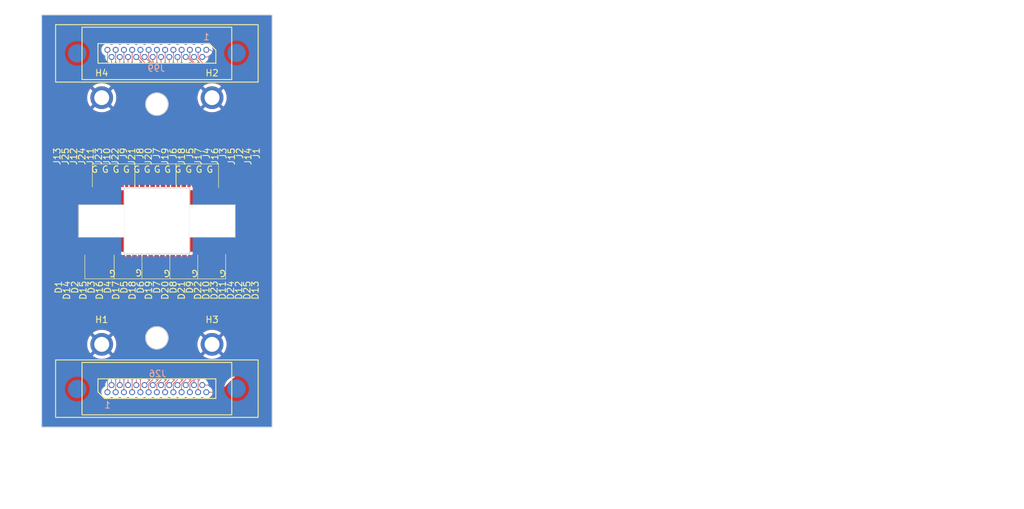
<source format=kicad_pcb>
(kicad_pcb (version 20221018) (generator pcbnew)
  (layers (0 "F.Cu" signal) (1 "In1.Cu" signal) (2 "In2.Cu" signal) (31 "B.Cu" signal) (34 "B.Paste" user) (35 "F.Paste" user) (36 "B.SilkS" user "B.Silkscreen") (37 "F.SilkS" user "F.Silkscreen") (38 "B.Mask" user) (39 "F.Mask" user) (44 "Edge.Cuts" user))
  (net 0 "")
  (net 1 "GND")
  (net 2 "Net-(J9-Pin_1)")
  (net 3 "Net-(J10-Pin_1)")
  (net 4 "Net-(J11-Pin_1)")
  (net 5 "Net-(J12-Pin_1)")
  (net 6 "Net-(D1-Pin_1)")
  (net 7 "Net-(D2-Pin_1)")
  (net 8 "Net-(D3-Pin_1)")
  (net 9 "Net-(D4-Pin_1)")
  (net 10 "Net-(D5-Pin_1)")
  (net 11 "Net-(D6-Pin_1)")
  (net 12 "Net-(D7-Pin_1)")
  (net 13 "Net-(D8-Pin_1)")
  (net 14 "Net-(D9-Pin_1)")
  (net 15 "Net-(D10-Pin_1)")
  (net 16 "Net-(D11-Pin_1)")
  (net 17 "Net-(D12-Pin_1)")
  (net 18 "Net-(D14-Pin_1)")
  (net 19 "Net-(D15-Pin_1)")
  (net 20 "Net-(D16-Pin_1)")
  (net 21 "Net-(D17-Pin_1)")
  (net 22 "Net-(D18-Pin_1)")
  (net 23 "Net-(D19-Pin_1)")
  (net 24 "Net-(D20-Pin_1)")
  (net 25 "Net-(D21-Pin_1)")
  (net 26 "Net-(D22-Pin_1)")
  (net 27 "Net-(D23-Pin_1)")
  (net 28 "Net-(D24-Pin_1)")
  (net 29 "Net-(D25-Pin_1)")
  (net 30 "Net-(D13-Pin_1)")
  (net 31 "Net-(J6-Pin_1)")
  (net 32 "Net-(J7-Pin_1)")
  (net 33 "Net-(J8-Pin_1)")
  (net 34 "Net-(J1-Pin_1)")
  (net 35 "Net-(J2-Pin_1)")
  (net 36 "Net-(J3-Pin_1)")
  (net 37 "Net-(J4-Pin_1)")
  (net 38 "Net-(J5-Pin_1)")
  (net 39 "Net-(J13-Pin_1)")
  (net 40 "Net-(J14-Pin_1)")
  (net 41 "Net-(J15-Pin_1)")
  (net 42 "Net-(J16-Pin_1)")
  (net 43 "Net-(J17-Pin_1)")
  (net 44 "Net-(J18-Pin_1)")
  (net 45 "Net-(J19-Pin_1)")
  (net 46 "Net-(J20-Pin_1)")
  (net 47 "Net-(J21-Pin_1)")
  (net 48 "Net-(J22-Pin_1)")
  (net 49 "Net-(J23-Pin_1)")
  (net 50 "Net-(J24-Pin_1)")
  (net 51 "Net-(J25-Pin_1)")
  (footprint "0_footprint_Library:SolderWirePad_1x01_SMD_0.5x2mm_1" (layer "F.Cu") (at 21.1 25.5 180)
    (fp_text reference "J17")
    (fp_text value "Conn_01x01_Socket")
  )
  (footprint "0_footprint_Library:SolderWirePad_1x01_SMD_0.7x2mm" (layer "F.Cu") (at 20.3 25.5 180)
    (fp_text reference "J5")
    (fp_text value "Conn_01x01_Socket")
  )
  (footprint "0_footprint_Library:SolderWirePad_1x01_SMD_0.7x2mm" (layer "F.Cu") (at 24.5 38 180)
    (fp_text reference "D11")
    (fp_text value "Conn_01x01_Socket")
  )
  (footprint "0_footprint_Library:SolderWirePad_1x01_SMD_0.5x2mm_1" (layer "F.Cu") (at 19.4 38 180)
    (fp_text reference "D8")
    (fp_text value "Conn_01x01_Socket")
  )
  (footprint "0_footprint_Library:SolderWirePad_1x01_SMD_0.7x2mm" (layer "F.Cu") (at 22 38 180)
    (fp_text reference "D22")
    (fp_text value "Conn_01x01_Socket")
  )
  (footprint "0_footprint_Library:SolderWirePad_1x01_SMD_0.7x2mm" (layer "F.Cu") (at 8.2 38 180)
    (fp_text reference "D14")
    (fp_text value "Conn_01x01_Socket")
  )
  (footprint "0_footprint_Library:SolderWirePad_1x01_SMD_0.7x2mm" (layer "F.Cu") (at 15.9 38 180)
    (fp_text reference "D6")
    (fp_text value "Conn_01x01_Socket")
  )
  (footprint "0_footprint_Library:SolderWirePad_1x01_SMD_0.7x2mm" (layer "F.Cu") (at 17.1 25.5)
    (fp_text reference "J7")
    (fp_text value "Conn_01x01_Socket")
  )
  (footprint "0_footprint_Library:SolderWirePad_1x01_SMD_0.7x2mm" (layer "F.Cu") (at 10.7 25.5)
    (fp_text reference "J11")
    (fp_text value "Conn_01x01_Socket")
  )
  (footprint "0_footprint_Library:SolderWirePad_1x01_SMD_0.5x2mm_1" (layer "F.Cu") (at 14.7 25.5 180)
    (fp_text reference "J21")
    (fp_text value "Conn_01x01_Socket")
  )
  (footprint "0_footprint_Library:MountingHole_3mm_2-56_DIN965_Pad" (layer "F.Cu") (at 9.25 50.75)
    (fp_text reference "H1")
    (fp_text value "MountingHole_Pad")
  )
  (footprint "0_footprint_Library:SolderWirePad_1x01_SMD_0.7x2mm" (layer "F.Cu") (at 11.6 38 180)
    (fp_text reference "D16")
    (fp_text value "Conn_01x01_Socket")
  )
  (footprint "0_footprint_Library:SolderWirePad_1x01_SMD_0.5x2mm_1" (layer "F.Cu") (at 16.3 25.5)
    (fp_text reference "J20")
    (fp_text value "Conn_01x01_Socket")
  )
  (footprint "0_footprint_Library:SolderWirePad_1x01_SMD_0.7x2mm" (layer "F.Cu") (at 23.5 25.5 180)
    (fp_text reference "J3")
    (fp_text value "Conn_01x01_Socket")
  )
  (footprint "0_footprint_Library:MountingHole_3mm_2-56_DIN965_Pad" (layer "F.Cu") (at 9.25 12.75)
    (fp_text reference "H4")
    (fp_text value "MountingHole_Pad")
  )
  (footprint "0_footprint_Library:SolderWirePad_1x01_SMD_0.7x2mm" (layer "F.Cu") (at 13.9 25.5 180)
    (fp_text reference "J9")
    (fp_text value "Conn_01x01_Socket")
  )
  (footprint "0_footprint_Library:SolderWirePad_1x01_SMD_0.5x2mm_1" (layer "F.Cu") (at 24.3 25.5 180)
    (fp_text reference "J15")
    (fp_text value "Conn_01x01_Socket")
  )
  (footprint "0_footprint_Library:SolderWirePad_1x01_SMD_0.7x2mm" (layer "F.Cu") (at 7.5 25.5)
    (fp_text reference "J13")
    (fp_text value "Conn_01x01_Socket")
  )
  (footprint "0_footprint_Library:SolderWirePad_1x01_SMD_0.5x2mm_1" (layer "F.Cu") (at 8.3 25.5)
    (fp_text reference "J25")
    (fp_text value "Conn_01x01_Socket")
  )
  (footprint "0_footprint_Library:MountingHole_3mm_2-56_DIN965_Pad" (layer "F.Cu") (at 26.25 50.75)
    (fp_text reference "H3")
    (fp_text value "MountingHole_Pad")
  )
  (footprint "0_footprint_Library:SolderWirePad_1x01_SMD_0.7x2mm" (layer "F.Cu") (at 14.3 38 180)
    (fp_text reference "D5")
    (fp_text value "Conn_01x01_Socket")
  )
  (footprint "0_footprint_Library:SolderWirePad_1x01_SMD_0.7x2mm" (layer "F.Cu") (at 21.1 38 180)
    (fp_text reference "D9")
    (fp_text value "Conn_01x01_Socket")
  )
  (footprint "0_footprint_Library:SolderWirePad_1x01_SMD_0.7x2mm" (layer "F.Cu") (at 12.5 38 180)
    (fp_text reference "D4")
    (fp_text value "Conn_01x01_Socket")
  )
  (footprint "0_footprint_Library:SolderWirePad_1x01_SMD_0.7x2mm" (layer "F.Cu") (at 13.4 38 180)
    (fp_text reference "D17")
    (fp_text value "Conn_01x01_Socket")
  )
  (footprint "0_footprint_Library:SolderWirePad_1x01_SMD_0.7x2mm" (layer "F.Cu") (at 17.7 38 180)
    (fp_text reference "D7")
    (fp_text value "Conn_01x01_Socket")
  )
  (footprint "0_footprint_Library:SolderWirePad_1x01_SMD_0.7x2mm" (layer "F.Cu") (at 16.8 38 180)
    (fp_text reference "D19")
    (fp_text value "Conn_01x01_Socket")
  )
  (footprint "0_footprint_Library:SolderWirePad_1x01_SMD_0.5x2mm_1" (layer "F.Cu") (at 10.8 38 180)
    (fp_text reference "D3")
    (fp_text value "Conn_01x01_Socket")
  )
  (footprint "0_footprint_Library:SolderWirePad_1x01_SMD_0.7x2mm" (layer "F.Cu") (at 18.6 38 180)
    (fp_text reference "D20")
    (fp_text value "Conn_01x01_Socket")
  )
  (footprint "0_footprint_Library:SolderWirePad_1x01_SMD_0.7x2mm" (layer "F.Cu") (at 20.2 38 180)
    (fp_text reference "D21")
    (fp_text value "Conn_01x01_Socket")
  )
  (footprint "0_footprint_Library:SolderWirePad_1x01_SMD_0.7x2mm" (layer "F.Cu") (at 26.3 38 180)
    (fp_text reference "D12")
    (fp_text value "Conn_01x01_Socket")
  )
  (footprint "0_footprint_Library:SolderWirePad_1x01_SMD_0.7x2mm" (layer "F.Cu") (at 21.9 25.5 180)
    (fp_text reference "J4")
    (fp_text value "Conn_01x01_Socket")
  )
  (footprint "0_footprint_Library:SolderWirePad_1x01_SMD_0.7x2mm" (layer "F.Cu") (at 9.1 38 180)
    (fp_text reference "D2")
    (fp_text value "Conn_01x01_Socket")
  )
  (footprint "0_footprint_Library:SolderWirePad_1x01_SMD_0.7x2mm" (layer "F.Cu") (at 26.7 25.5 180)
    (fp_text reference "J1")
    (fp_text value "Conn_01x01_Socket")
  )
  (footprint "0_footprint_Library:SolderWirePad_1x01_SMD_0.5x2mm_1" (layer "F.Cu") (at 22.7 25.5 180)
    (fp_text reference "J16")
    (fp_text value "Conn_01x01_Socket")
  )
  (footprint "0_footprint_Library:SolderWirePad_1x01_SMD_0.5x2mm_1" (layer "F.Cu") (at 25.9 25.5 180)
    (fp_text reference "J14")
    (fp_text value "Conn_01x01_Socket")
  )
  (footprint "0_footprint_Library:SolderWirePad_1x01_SMD_0.7x2mm" (layer "F.Cu") (at 22.9 38 180)
    (fp_text reference "D10")
    (fp_text value "Conn_01x01_Socket")
  )
  (footprint "0_footprint_Library:SolderWirePad_1x01_SMD_0.5x2mm_1" (layer "F.Cu") (at 19.5 25.5 180)
    (fp_text reference "J18")
    (fp_text value "Conn_01x01_Socket")
  )
  (footprint "0_footprint_Library:SolderWirePad_1x01_SMD_0.5x2mm_1" (layer "F.Cu") (at 11.5 25.5 180)
    (fp_text reference "J23")
    (fp_text value "Conn_01x01_Socket")
  )
  (footprint "0_footprint_Library:SolderWirePad_1x01_SMD_0.5x2mm_1" (layer "F.Cu") (at 9.9 25.5)
    (fp_text reference "J24")
    (fp_text value "Conn_01x01_Socket")
  )
  (footprint "0_footprint_Library:SolderWirePad_1x01_SMD_0.5x2mm_1" (layer "F.Cu") (at 17.9 25.5 180)
    (fp_text reference "J19")
    (fp_text value "Conn_01x01_Socket")
  )
  (footprint "0_footprint_Library:SolderWirePad_1x01_SMD_0.7x2mm" (layer "F.Cu") (at 27.2 38 180)
    (fp_text reference "D25")
    (fp_text value "Conn_01x01_Socket")
  )
  (footprint "0_footprint_Library:SolderWirePad_1x01_SMD_0.7x2mm" (layer "F.Cu") (at 9.1 25.5)
    (fp_text reference "J12")
    (fp_text value "Conn_01x01_Socket")
  )
  (footprint "0_footprint_Library:SolderWirePad_1x01_SMD_0.5x2mm_1" (layer "F.Cu") (at 23.7 38 180)
    (fp_text reference "D23")
    (fp_text value "Conn_01x01_Socket")
  )
  (footprint "0_footprint_Library:SolderWirePad_1x01_SMD_0.5x2mm_1" (layer "F.Cu") (at 28 38)
    (fp_text reference "D13")
    (fp_text value "Conn_01x01_Socket")
  )
  (footprint "0_footprint_Library:SolderWirePad_1x01_SMD_0.5x2mm_1" (layer "F.Cu") (at 13.1 25.5 180)
    (fp_text reference "J22")
    (fp_text value "Conn_01x01_Socket")
  )
  (footprint "0_footprint_Library:SolderWirePad_1x01_SMD_0.7x2mm" (layer "F.Cu") (at 7.3 38 180)
    (fp_text reference "D1")
    (fp_text value "Conn_01x01_Socket")
  )
  (footprint "0_footprint_Library:SolderWirePad_1x01_SMD_0.7x2mm" (layer "F.Cu") (at 15.5 25.5 180)
    (fp_text reference "J8")
    (fp_text value "Conn_01x01_Socket")
  )
  (footprint "0_footprint_Library:SolderWirePad_1x01_SMD_0.7x2mm" (layer "F.Cu") (at 12.3 25.5 180)
    (fp_text reference "J10")
    (fp_text value "Conn_01x01_Socket")
  )
  (footprint "0_footprint_Library:SolderWirePad_1x01_SMD_0.7x2mm" (layer "F.Cu") (at 18.7 25.5 180)
    (fp_text reference "J6")
    (fp_text value "Conn_01x01_Socket")
  )
  (footprint "0_footprint_Library:SolderWirePad_1x01_SMD_0.7x2mm" (layer "F.Cu") (at 25.4 38 180)
    (fp_text reference "D24")
    (fp_text value "Conn_01x01_Socket")
  )
  (footprint "0_footprint_Library:SolderWirePad_1x01_SMD_0.5x2mm_1" (layer "F.Cu") (at 15.1 38 180)
    (fp_text reference "D18")
    (fp_text value "Conn_01x01_Socket")
  )
  (footprint "0_footprint_Library:SolderWirePad_1x01_SMD_0.7x2mm" (layer "F.Cu") (at 10 38 180)
    (fp_text reference "D15")
    (fp_text value "Conn_01x01_Socket")
  )
  (footprint "0_footprint_Library:MountingHole_3mm_2-56_DIN965_Pad" (layer "F.Cu") (at 26.25 12.75)
    (fp_text reference "H2")
    (fp_text value "MountingHole_Pad")
  )
  (footprint "0_footprint_Library:SolderWirePad_1x01_SMD_0.7x2mm" (layer "F.Cu") (at 25.1 25.5 180)
    (fp_text reference "J2")
    (fp_text value "Conn_01x01_Socket")
  )
  (footprint "0_footprint_Library:Norcomp-380-025-113L001-microd_Updated" (layer "B.Cu") (at 17.75 5.9245 180)
    (fp_text reference "J99")
    (fp_text value "DB25_Plug")
  )
  (footprint "0_footprint_Library:Norcomp-380-025-113L001-microd_Updated" (layer "B.Cu") (at 17.75 57.5745)
    (fp_text reference "J26")
    (fp_text value "DB25_Plug")
  )
  (gr_rect (start 12.76 26.69) (end 22.76 36.69) (stroke (width 0.01)) (fill none) (layer "B.Cu"))
  (gr_line (start 20.7 22.95) (end 27.25 22.95) (stroke (width 0.09)) (layer "F.SilkS"))
  (gr_line (start 7.8 22.95) (end 7.8 26.5) (stroke (width 0.09)) (layer "F.SilkS"))
  (gr_line (start 24.05 40.65) (end 24.05 37) (stroke (width 0.09)) (layer "F.SilkS"))
  (gr_line (start 20.7 22.95) (end 20.7 26.6) (stroke (width 0.09)) (layer "F.SilkS"))
  (gr_rect (start 6.215 1.891) (end 29.285 9.958) (stroke (width 0.15)) (fill none) (layer "F.SilkS"))
  (gr_line (start 11.175 40.65) (end 6.65 40.65) (stroke (width 0.09)) (layer "F.SilkS"))
  (gr_rect (start 2.15 53.15) (end 33.35 62) (stroke (width 0.15)) (fill none) (layer "F.SilkS"))
  (gr_line (start 11.175 40.65) (end 11.175 37) (stroke (width 0.09)) (layer "F.SilkS"))
  (gr_line (start 19.75 40.65) (end 19.75 37) (stroke (width 0.09)) (layer "F.SilkS"))
  (gr_line (start 15.45 40.65) (end 15.45 37) (stroke (width 0.09)) (layer "F.SilkS"))
  (gr_line (start 20.7 22.95) (end 20.7 26.5) (stroke (width 0.09)) (layer "F.SilkS"))
  (gr_line (start 14.35 22.95) (end 14.35 26.6) (stroke (width 0.09)) (layer "F.SilkS"))
  (gr_rect (start 6.215 53.541) (end 29.285 61.608) (stroke (width 0.15)) (fill none) (layer "F.SilkS"))
  (gr_line (start 28.35 40.66) (end 28.35 36.9) (stroke (width 0.09)) (layer "F.SilkS"))
  (gr_line (start 14.35 22.95) (end 14.35 26.5) (stroke (width 0.09)) (layer "F.SilkS"))
  (gr_line (start 28.35 40.66) (end 11.175 40.65) (stroke (width 0.09)) (layer "F.SilkS"))
  (gr_line (start 14.15 22.95) (end 20.7 22.95) (stroke (width 0.09)) (layer "F.SilkS"))
  (gr_line (start 27.25 22.95) (end 27.25 26.6) (stroke (width 0.09)) (layer "F.SilkS"))
  (gr_rect (start 2.15 1.5) (end 33.35 10.35) (stroke (width 0.15)) (fill none) (layer "F.SilkS"))
  (gr_line (start 11.175 40.65) (end 11.175 37) (stroke (width 0.09)) (layer "F.SilkS"))
  (gr_line (start 6.65 40.65) (end 6.65 37) (stroke (width 0.09)) (layer "F.SilkS"))
  (gr_line (start 7.8 22.95) (end 14.35 22.95) (stroke (width 0.09)) (layer "F.SilkS"))
  (gr_line (start 0 63.5) (end 35.5 63.5) (stroke (width 0.1)) (layer "Edge.Cuts"))
  (gr_line (start 22.82 34.25) (end 29.82 34.25) (stroke (width 0.1)) (layer "Edge.Cuts"))
  (gr_circle (center 17.75 49.75) (end 19.477 49.75) (stroke (width 0.15)) (fill none) (layer "Edge.Cuts"))
  (gr_line (start 5.68 34.25) (end 12.68 34.25) (stroke (width 0.1)) (layer "Edge.Cuts"))
  (gr_line (start 35.5 63.5) (end 35.5 0) (stroke (width 0.1)) (layer "Edge.Cuts"))
  (gr_line (start 22.82 26.65) (end 12.68 26.65) (stroke (width 0.1)) (layer "Edge.Cuts"))
  (gr_circle (center 17.75 13.75) (end 19.477 13.75) (stroke (width 0.15)) (fill none) (layer "Edge.Cuts"))
  (gr_line (start 12.68 29.25) (end 12.68 26.65) (stroke (width 0.1)) (layer "Edge.Cuts"))
  (gr_line (start 12.68 36.85) (end 12.68 34.25) (stroke (width 0.1)) (layer "Edge.Cuts"))
  (gr_line (start 22.82 29.25) (end 29.82 29.25) (stroke (width 0.1)) (layer "Edge.Cuts"))
  (gr_line (start 0 0) (end 35.5 0) (stroke (width 0.1)) (layer "Edge.Cuts"))
  (gr_line (start 29.82 29.25) (end 29.82 34.25) (stroke (width 0.1)) (layer "Edge.Cuts"))
  (gr_line (start 0 63.5) (end 0 0) (stroke (width 0.1)) (layer "Edge.Cuts"))
  (gr_line (start 22.82 29.25) (end 22.82 26.65) (stroke (width 0.1)) (layer "Edge.Cuts"))
  (gr_line (start 36.185 25.905) (end 36.185 25.905) (stroke (width 0.1)) (layer "Edge.Cuts"))
  (gr_line (start 22.82 36.85) (end 12.68 36.85) (stroke (width 0.1)) (layer "Edge.Cuts"))
  (gr_line (start 22.82 36.85) (end 22.82 34.25) (stroke (width 0.1)) (layer "Edge.Cuts"))
  (gr_line (start 5.68 29.25) (end 5.68 34.25) (stroke (width 0.1)) (layer "Edge.Cuts"))
  (gr_line (start 5.68 29.25) (end 12.68 29.25) (stroke (width 0.1)) (layer "Edge.Cuts"))
  (gr_text "G" (at 13.05 23.8) (layer "F.SilkS") (effects (font (size 1 1) (thickness 0.153))))
  (gr_text "G" (at 24.25 23.8) (layer "F.SilkS") (effects (font (size 1 1) (thickness 0.153))))
  (gr_text "G" (at 25.9 23.8) (layer "F.SilkS") (effects (font (size 1 1) (thickness 0.153))))
  (gr_text "G" (at 19.4 23.8) (layer "F.SilkS") (effects (font (size 1 1) (thickness 0.153))))
  (gr_text "G" (at 14.65 23.8) (layer "F.SilkS") (effects (font (size 1 1) (thickness 0.153))))
  (gr_text "G" (at 8.15 23.8) (layer "F.SilkS") (effects (font (size 1 1) (thickness 0.153))))
  (gr_text "G" (at 10.9 39.8 180) (layer "F.SilkS") (effects (font (size 1 1) (thickness 0.153))))
  (gr_text "G" (at 21 23.8) (layer "F.SilkS") (effects (font (size 1 1) (thickness 0.153))))
  (gr_text "G" (at 11.45 23.8) (layer "F.SilkS") (effects (font (size 1 1) (thickness 0.153))))
  (gr_text "G" (at 17.8 23.8) (layer "F.SilkS") (effects (font (size 1 1) (thickness 0.153))))
  (gr_text "G" (at 22.65 23.8) (layer "F.SilkS") (effects (font (size 1 1) (thickness 0.153))))
  (gr_text "G" (at 23.6 39.8 180) (layer "F.SilkS") (effects (font (size 1 1) (thickness 0.153))))
  (gr_text "G" (at 9.8 23.8) (layer "F.SilkS") (effects (font (size 1 1) (thickness 0.153))))
  (gr_text "G" (at 19.3 39.8 180) (layer "F.SilkS") (effects (font (size 1 1) (thickness 0.153))))
  (gr_text "G" (at 27.9 39.8 180) (layer "F.SilkS") (effects (font (size 1 1) (thickness 0.153))))
  (gr_text "G" (at 16.25 23.8) (layer "F.SilkS") (effects (font (size 1 1) (thickness 0.153))))
  (gr_text "G" (at 14.95 39.7 180) (layer "F.SilkS") (effects (font (size 1 1) (thickness 0.153))))
  (segment (start 13.9 24.85) (end 20.1 18.65) (width 0.09) (layer "F.Cu") (net 2))
  (segment (start 20.1 10.941906) (end 18.389047 9.230953) (width 0.09) (layer "F.Cu") (net 2))
  (segment (start 20.1 18.65) (end 20.1 10.941906) (width 0.09) (layer "F.Cu") (net 2))
  (segment (start 13.9 25.5) (end 13.9 24.85) (width 0.09) (layer "F.Cu") (net 2))
  (segment (start 17.759995 9.230953) (end 15.21 6.680958) (width 0.09) (layer "F.Cu") (net 2))
  (segment (start 18.389047 9.230953) (end 17.759995 9.230953) (width 0.09) (layer "F.Cu") (net 2))
  (segment (start 15.21 6.680958) (end 15.21 5.3745) (width 0.09) (layer "F.Cu") (net 2))
  (segment (start 13.94 23.14) (end 12.3 24.78) (width 0.09) (layer "F.Cu") (net 3))
  (segment (start 12.3 24.78) (end 12.3 25.5) (width 0.09) (layer "F.Cu") (net 3))
  (segment (start 13.94 5.3745) (end 13.94 23.14) (width 0.09) (layer "F.Cu") (net 3))
  (segment (start 13.58 8.2) (end 12.67 7.29) (width 0.09) (layer "F.Cu") (net 4))
  (segment (start 12.67 7.29) (end 12.67 5.3745) (width 0.09) (layer "F.Cu") (net 4))
  (segment (start 10.7 25.5) (end 10.7 24.43) (width 0.09) (layer "F.Cu") (net 4))
  (segment (start 10.7 24.43) (end 13.58 21.55) (width 0.09) (layer "F.Cu") (net 4))
  (segment (start 13.58 21.55) (end 13.58 8.2) (width 0.09) (layer "F.Cu") (net 4))
  (segment (start 9.1 24.85) (end 9.1 25.5) (width 0.09) (layer "F.Cu") (net 5))
  (segment (start 12.557721 21.837721) (end 12.112279 21.837721) (width 0.09) (layer "F.Cu") (net 5))
  (segment (start 11.4 7.394558) (end 13.18 9.174558) (width 0.09) (layer "F.Cu") (net 5))
  (segment (start 12.112279 21.837721) (end 9.1 24.85) (width 0.09) (layer "F.Cu") (net 5))
  (segment (start 11.4 5.3745) (end 11.4 7.394558) (width 0.09) (layer "F.Cu") (net 5))
  (segment (start 13.18 9.174558) (end 13.18 21.215442) (width 0.09) (layer "F.Cu") (net 5))
  (segment (start 13.18 21.215442) (end 12.557721 21.837721) (width 0.09) (layer "F.Cu") (net 5))
  (segment (start 10.13 58.1245) (end 10.13 55.69) (width 0.09) (layer "F.Cu") (net 6))
  (segment (start 7.3 40.62) (end 7.3 38) (width 0.09) (layer "F.Cu") (net 6))
  (segment (start 10.13 55.69) (end 13.69 52.13) (width 0.09) (layer "F.Cu") (net 6))
  (segment (start 13.69 52.13) (end 13.69 47.01) (width 0.09) (layer "F.Cu") (net 6))
  (segment (start 13.69 47.01) (end 7.3 40.62) (width 0.09) (layer "F.Cu") (net 6))
  (segment (start 9.1 39.609116) (end 9.1 38) (width 0.09) (layer "F.Cu") (net 7))
  (segment (start 13.05 43.58) (end 13.05 43.559116) (width 0.09) (layer "F.Cu") (net 7))
  (segment (start 11.4 58.1245) (end 11.4 55.815442) (width 0.09) (layer "F.Cu") (net 7))
  (segment (start 14.05 44.58) (end 13.05 43.58) (width 0.09) (layer "F.Cu") (net 7))
  (segment (start 14.05 53.165442) (end 14.05 44.58) (width 0.09) (layer "F.Cu") (net 7))
  (segment (start 11.4 55.815442) (end 14.05 53.165442) (width 0.09) (layer "F.Cu") (net 7))
  (segment (start 13.05 43.559116) (end 9.1 39.609116) (width 0.09) (layer "F.Cu") (net 7))
  (segment (start 10.8 40.8) (end 10.8 38) (width 0.09) (layer "F.Cu") (net 8))
  (segment (start 14.16 44.16) (end 10.8 40.8) (width 0.09) (layer "F.Cu") (net 8))
  (segment (start 14.41 53.735442) (end 14.41 46.98) (width 0.09) (layer "F.Cu") (net 8))
  (segment (start 14.41 44.41) (end 14.16 44.16) (width 0.09) (layer "F.Cu") (net 8))
  (segment (start 12.67 55.475442) (end 14.332721 53.812721) (width 0.09) (layer "F.Cu") (net 8))
  (segment (start 12.67 58.1245) (end 12.67 55.475442) (width 0.09) (layer "F.Cu") (net 8))
  (segment (start 14.41 46.98) (end 14.41 44.41) (width 0.09) (layer "F.Cu") (net 8))
  (segment (start 14.332721 53.812721) (end 14.41 53.735442) (width 0.09) (layer "F.Cu") (net 8))
  (segment (start 13.94 58.1245) (end 13.94 55.5) (width 0.09) (layer "F.Cu") (net 9))
  (segment (start 14.85 44.13) (end 12.5 41.78) (width 0.09) (layer "F.Cu") (net 9))
  (segment (start 14.85 54.59) (end 14.85 44.13) (width 0.09) (layer "F.Cu") (net 9))
  (segment (start 12.5 41.78) (end 12.5 38) (width 0.09) (layer "F.Cu") (net 9))
  (segment (start 13.94 55.5) (end 14.85 54.59) (width 0.09) (layer "F.Cu") (net 9))
  (segment (start 15.21 58.1245) (end 15.21 39.56) (width 0.09) (layer "F.Cu") (net 10))
  (segment (start 14.3 38.65) (end 14.3 38) (width 0.09) (layer "F.Cu") (net 10))
  (segment (start 15.21 39.56) (end 14.3 38.65) (width 0.09) (layer "F.Cu") (net 10))
  (segment (start 18.55 41.37) (end 15.9 38.72) (width 0.09) (layer "F.Cu") (net 11))
  (segment (start 16.48 58.1245) (end 16.48 56.818042) (width 0.09) (layer "F.Cu") (net 11))
  (segment (start 22.37 50.928042) (end 22.37 44.028232) (width 0.09) (layer "F.Cu") (net 11))
  (segment (start 16.48 56.818042) (end 22.37 50.928042) (width 0.09) (layer "F.Cu") (net 11))
  (segment (start 22.37 44.028232) (end 19.711768 41.37) (width 0.09) (layer "F.Cu") (net 11))
  (segment (start 19.711768 41.37) (end 18.55 41.37) (width 0.09) (layer "F.Cu") (net 11))
  (segment (start 15.9 38.72) (end 15.9 38) (width 0.09) (layer "F.Cu") (net 11))
  (segment (start 22.29 52.8) (end 21.768042 52.8) (width 0.09) (layer "F.Cu") (net 12))
  (segment (start 21.768042 52.8) (end 17.75 56.818042) (width 0.09) (layer "F.Cu") (net 12))
  (segment (start 17.75 56.818042) (end 17.75 58.1245) (width 0.09) (layer "F.Cu") (net 12))
  (segment (start 22.73 43.879116) (end 22.73 52.36) (width 0.09) (layer "F.Cu") (net 12))
  (segment (start 22.73 52.36) (end 22.29 52.8) (width 0.09) (layer "F.Cu") (net 12))
  (segment (start 17.7 38) (end 17.7 38.849116) (width 0.09) (layer "F.Cu") (net 12))
  (segment (start 17.7 38.849116) (end 22.73 43.879116) (width 0.09) (layer "F.Cu") (net 12))
  (segment (start 23.14 43.78) (end 23.14 52.85) (width 0.09) (layer "F.Cu") (net 13))
  (segment (start 19.4 38) (end 19.4 40.04) (width 0.09) (layer "F.Cu") (net 13))
  (segment (start 22.34 53.65) (end 22.188042 53.65) (width 0.09) (layer "F.Cu") (net 13))
  (segment (start 19.02 56.818042) (end 19.02 58.1245) (width 0.09) (layer "F.Cu") (net 13))
  (segment (start 22.188042 53.65) (end 19.02 56.818042) (width 0.09) (layer "F.Cu") (net 13))
  (segment (start 19.4 40.04) (end 23.14 43.78) (width 0.09) (layer "F.Cu") (net 13))
  (segment (start 23.14 52.85) (end 22.34 53.65) (width 0.09) (layer "F.Cu") (net 13))
  (segment (start 28.635442 45.54) (end 24.312721 41.217279) (width 0.09) (layer "F.Cu") (net 14))
  (segment (start 27.299998 54.690002) (end 29.92 52.07) (width 0.09) (layer "F.Cu") (net 14))
  (segment (start 20.29 58.1245) (end 20.29 56.818042) (width 0.09) (layer "F.Cu") (net 14))
  (segment (start 24.312721 41.217279) (end 23.597279 41.217279) (width 0.09) (layer "F.Cu") (net 14))
  (segment (start 20.29 56.818042) (end 22.418041 54.690001) (width 0.09) (layer "F.Cu") (net 14))
  (segment (start 29.92 52.07) (end 29.92 46.33) (width 0.09) (layer "F.Cu") (net 14))
  (segment (start 29.13 45.54) (end 28.635442 45.54) (width 0.09) (layer "F.Cu") (net 14))
  (segment (start 29.92 46.33) (end 29.13 45.54) (width 0.09) (layer "F.Cu") (net 14))
  (segment (start 21.1 38.72) (end 21.1 38) (width 0.09) (layer "F.Cu") (net 14))
  (segment (start 22.418041 54.690001) (end 27.299998 54.690002) (width 0.09) (layer "F.Cu") (net 14))
  (segment (start 23.597279 41.217279) (end 21.1 38.72) (width 0.09) (layer "F.Cu") (net 14))
  (segment (start 22.9 38.65) (end 30.28 46.03) (width 0.09) (layer "F.Cu") (net 15))
  (segment (start 27.685441 55.050001) (end 23.328041 55.050001) (width 0.09) (layer "F.Cu") (net 15))
  (segment (start 30.28 46.03) (end 30.28 52.455442) (width 0.09) (layer "F.Cu") (net 15))
  (segment (start 30.28 52.455442) (end 27.685441 55.050001) (width 0.09) (layer "F.Cu") (net 15))
  (segment (start 21.56 56.818042) (end 21.56 58.1245) (width 0.09) (layer "F.Cu") (net 15))
  (segment (start 22.9 38) (end 22.9 38.65) (width 0.09) (layer "F.Cu") (net 15))
  (segment (start 23.328041 55.050001) (end 21.56 56.818042) (width 0.09) (layer "F.Cu") (net 15))
  (segment (start 24.5 38) (end 24.5 38.65) (width 0.09) (layer "F.Cu") (net 16))
  (segment (start 30.64 52.705442) (end 27.935442 55.41) (width 0.09) (layer "F.Cu") (net 16))
  (segment (start 22.83 56.738042) (end 22.83 58.1245) (width 0.09) (layer "F.Cu") (net 16))
  (segment (start 27.935442 55.41) (end 24.158042 55.41) (width 0.09) (layer "F.Cu") (net 16))
  (segment (start 24.5 38.65) (end 30.64 44.79) (width 0.09) (layer "F.Cu") (net 16))
  (segment (start 24.158042 55.41) (end 22.83 56.738042) (width 0.09) (layer "F.Cu") (net 16))
  (segment (start 30.64 44.79) (end 30.64 52.705442) (width 0.09) (layer "F.Cu") (net 16))
  (segment (start 26.3 38.65) (end 30.98 43.33) (width 0.09) (layer "F.Cu") (net 17))
  (segment (start 30.99 43.33) (end 31 43.34) (width 0.09) (layer "F.Cu") (net 17))
  (segment (start 26.3 38) (end 26.3 38.65) (width 0.09) (layer "F.Cu") (net 17))
  (segment (start 24.1 56.43) (end 24.1 58.1245) (width 0.09) (layer "F.Cu") (net 17))
  (segment (start 31 43.34) (end 31 52.89) (width 0.09) (layer "F.Cu") (net 17))
  (segment (start 30.98 43.33) (end 30.99 43.33) (width 0.09) (layer "F.Cu") (net 17))
  (segment (start 31 52.89) (end 28.07 55.82) (width 0.09) (layer "F.Cu") (net 17))
  (segment (start 24.71 55.82) (end 24.1 56.43) (width 0.09) (layer "F.Cu") (net 17))
  (segment (start 28.07 55.82) (end 24.71 55.82) (width 0.09) (layer "F.Cu") (net 17))
  (segment (start 8.77 39.554558) (end 13.87 44.654558) (width 0.09) (layer "F.Cu") (net 18))
  (segment (start 13.87 52.22) (end 10.765 55.325) (width 0.09) (layer "F.Cu") (net 18))
  (segment (start 8.2 38.65) (end 8.77 39.22) (width 0.09) (layer "F.Cu") (net 18))
  (segment (start 10.765 55.325) (end 10.765 57.0245) (width 0.09) (layer "F.Cu") (net 18))
  (segment (start 8.2 38) (end 8.2 38.65) (width 0.09) (layer "F.Cu") (net 18))
  (segment (start 8.77 39.22) (end 8.77 39.554558) (width 0.09) (layer "F.Cu") (net 18))
  (segment (start 13.87 44.654558) (end 13.87 52.22) (width 0.09) (layer "F.Cu") (net 18))
  (segment (start 12.035 55.435) (end 12.035 57.0245) (width 0.09) (layer "F.Cu") (net 19))
  (segment (start 10 38) (end 10 40.254558) (width 0.09) (layer "F.Cu") (net 19))
  (segment (start 14.23 53.24) (end 12.035 55.435) (width 0.09) (layer "F.Cu") (net 19))
  (segment (start 10 40.254558) (end 14.23 44.484558) (width 0.09) (layer "F.Cu") (net 19))
  (segment (start 14.23 44.484558) (end 14.23 53.24) (width 0.09) (layer "F.Cu") (net 19))
  (segment (start 14.59 44.18) (end 14.59 53.81) (width 0.09) (layer "F.Cu") (net 20))
  (segment (start 14.59 53.81) (end 13.305 55.095) (width 0.09) (layer "F.Cu") (net 20))
  (segment (start 11.6 38) (end 11.6 41.19) (width 0.09) (layer "F.Cu") (net 20))
  (segment (start 13.305 55.095) (end 13.305 57.0245) (width 0.09) (layer "F.Cu") (net 20))
  (segment (start 11.6 41.19) (end 14.59 44.18) (width 0.09) (layer "F.Cu") (net 20))
  (segment (start 13.4 38) (end 13.4 39.03) (width 0.09) (layer "F.Cu") (net 21))
  (segment (start 15.03 40.66) (end 15.03 55.07) (width 0.09) (layer "F.Cu") (net 21))
  (segment (start 13.4 39.03) (end 15.03 40.66) (width 0.09) (layer "F.Cu") (net 21))
  (segment (start 14.575 55.525) (end 14.575 57.0245) (width 0.09) (layer "F.Cu") (net 21))
  (segment (start 15.03 55.07) (end 14.575 55.525) (width 0.09) (layer "F.Cu") (net 21))
  (segment (start 22.19 50.853484) (end 20.221742 52.821742) (width 0.09) (layer "F.Cu") (net 22))
  (segment (start 15.1 38) (end 15.1 38.75) (width 0.09) (layer "F.Cu") (net 22))
  (segment (start 15.1 38.75) (end 22.19 45.84) (width 0.09) (layer "F.Cu") (net 22))
  (segment (start 20.047758 52.821742) (end 15.845 57.0245) (width 0.09) (layer "F.Cu") (net 22))
  (segment (start 20.221742 52.821742) (end 20.047758 52.821742) (width 0.09) (layer "F.Cu") (net 22))
  (segment (start 22.19 45.84) (end 22.19 50.853484) (width 0.09) (layer "F.Cu") (net 22))
  (segment (start 19.261837 41.111837) (end 16.8 38.65) (width 0.09) (layer "F.Cu") (net 23))
  (segment (start 22.55 43.953674) (end 19.708163 41.111837) (width 0.09) (layer "F.Cu") (net 23))
  (segment (start 17.115 57.0245) (end 22.55 51.5895) (width 0.09) (layer "F.Cu") (net 23))
  (segment (start 19.708163 41.111837) (end 19.261837 41.111837) (width 0.09) (layer "F.Cu") (net 23))
  (segment (start 22.55 51.5895) (end 22.55 43.953674) (width 0.09) (layer "F.Cu") (net 23))
  (segment (start 16.8 38.65) (end 16.8 38) (width 0.09) (layer "F.Cu") (net 23))
  (segment (start 22.96 43.854558) (end 18.6 39.494558) (width 0.09) (layer "F.Cu") (net 24))
  (segment (start 18.385 57.0245) (end 22.96 52.4495) (width 0.09) (layer "F.Cu") (net 24))
  (segment (start 22.96 52.4495) (end 22.96 43.854558) (width 0.09) (layer "F.Cu") (net 24))
  (segment (start 18.6 39.494558) (end 18.6 38) (width 0.09) (layer "F.Cu") (net 24))
  (segment (start 20.2 38) (end 20.2 40.52) (width 0.09) (layer "F.Cu") (net 25))
  (segment (start 23.32 43.64) (end 23.32 53.41) (width 0.09) (layer "F.Cu") (net 25))
  (segment (start 23.2095 53.47) (end 19.655 57.0245) (width 0.09) (layer "F.Cu") (net 25))
  (segment (start 20.2 40.52) (end 23.32 43.64) (width 0.09) (layer "F.Cu") (net 25))
  (segment (start 23.26 53.47) (end 23.2095 53.47) (width 0.09) (layer "F.Cu") (net 25))
  (segment (start 23.32 53.41) (end 23.26 53.47) (width 0.09) (layer "F.Cu") (net 25))
  (segment (start 25.327279 41.977279) (end 22 38.65) (width 0.09) (layer "F.Cu") (net 26))
  (segment (start 22 38.65) (end 22 38) (width 0.09) (layer "F.Cu") (net 26))
  (segment (start 23.079499 54.870001) (end 27.610883 54.870001) (width 0.09) (layer "F.Cu") (net 26))
  (segment (start 20.925 57.0245) (end 23.079499 54.870001) (width 0.09) (layer "F.Cu") (net 26))
  (segment (start 30.1 52.380884) (end 30.1 46.104558) (width 0.09) (layer "F.Cu") (net 26))
  (segment (start 25.972721 41.977279) (end 25.327279 41.977279) (width 0.09) (layer "F.Cu") (net 26))
  (segment (start 27.610883 54.870001) (end 30.1 52.380884) (width 0.09) (layer "F.Cu") (net 26))
  (segment (start 30.1 46.104558) (end 25.972721 41.977279) (width 0.09) (layer "F.Cu") (net 26))
  (segment (start 30.46 45.51) (end 30.46 52.53) (width 0.09) (layer "F.Cu") (net 27))
  (segment (start 30.46 52.53) (end 27.759999 55.230001) (width 0.09) (layer "F.Cu") (net 27))
  (segment (start 23.9895 55.23) (end 22.195 57.0245) (width 0.09) (layer "F.Cu") (net 27))
  (segment (start 27.759999 55.230001) (end 23.9895 55.23) (width 0.09) (layer "F.Cu") (net 27))
  (segment (start 23.7 38) (end 23.7 38.75) (width 0.09) (layer "F.Cu") (net 27))
  (segment (start 23.7 38.75) (end 30.46 45.51) (width 0.09) (layer "F.Cu") (net 27))
  (segment (start 27.365442 39.97) (end 26.72 39.97) (width 0.09) (layer "F.Cu") (net 28))
  (segment (start 23.465 56.373962) (end 24.198962 55.64) (width 0.09) (layer "F.Cu") (net 28))
  (segment (start 26.72 39.97) (end 25.4 38.65) (width 0.09) (layer "F.Cu") (net 28))
  (segment (start 23.465 57.0245) (end 23.465 56.373962) (width 0.09) (layer "F.Cu") (net 28))
  (segment (start 27.96 55.64) (end 30.82 52.78) (width 0.09) (layer "F.Cu") (net 28))
  (segment (start 30.82 43.424558) (end 27.365442 39.97) (width 0.09) (layer "F.Cu") (net 28))
  (segment (start 30.82 52.78) (end 30.82 43.424558) (width 0.09) (layer "F.Cu") (net 28))
  (segment (start 24.198962 55.64) (end 27.96 55.64) (width 0.09) (layer "F.Cu") (net 28))
  (segment (start 25.4 38.65) (end 25.4 38) (width 0.09) (layer "F.Cu") (net 28))
  (segment (start 27.2 38) (end 27.2 38.72) (width 0.09) (layer "F.Cu") (net 29))
  (segment (start 31.17 42.69) (end 31.18 42.69) (width 0.09) (layer "F.Cu") (net 29))
  (segment (start 31.18 42.69) (end 31.18 53.275442) (width 0.09) (layer "F.Cu") (net 29))
  (segment (start 27.2 38.72) (end 31.17 42.69) (width 0.09) (layer "F.Cu") (net 29))
  (segment (start 27.430942 57.0245) (end 24.735 57.0245) (width 0.09) (layer "F.Cu") (net 29))
  (segment (start 31.18 53.275442) (end 27.430942 57.0245) (width 0.09) (layer "F.Cu") (net 29))
  (segment (start 31.36 40.54) (end 31.36 53.35) (width 0.09) (layer "F.Cu") (net 30))
  (segment (start 26.5855 58.1245) (end 25.37 58.1245) (width 0.09) (layer "F.Cu") (net 30))
  (segment (start 28.82 38) (end 31.36 40.54) (width 0.09) (layer "F.Cu") (net 30))
  (segment (start 28 38) (end 28.82 38) (width 0.09) (layer "F.Cu") (net 30))
  (segment (start 31.36 53.35) (end 26.5855 58.1245) (width 0.09) (layer "F.Cu") (net 30))
  (segment (start 18.7 24.365442) (end 21.18 21.885442) (width 0.09) (layer "F.Cu") (net 31))
  (segment (start 21.18 10.494558) (end 19.02 8.334558) (width 0.09) (layer "F.Cu") (net 31))
  (segment (start 18.7 25.5) (end 18.7 24.365442) (width 0.09) (layer "F.Cu") (net 31))
  (segment (start 21.18 21.885442) (end 21.18 10.494558) (width 0.09) (layer "F.Cu") (net 31))
  (segment (start 19.02 8.334558) (end 19.02 5.3745) (width 0.09) (layer "F.Cu") (net 31))
  (segment (start 18.55 23.4) (end 18.995442 23.4) (width 0.09) (layer "F.Cu") (net 32))
  (segment (start 17.1 25.5) (end 17.1 24.85) (width 0.09) (layer "F.Cu") (net 32))
  (segment (start 18.995442 23.4) (end 20.82 21.575442) (width 0.09) (layer "F.Cu") (net 32))
  (segment (start 20.82 10.643674) (end 17.75 7.573674) (width 0.09) (layer "F.Cu") (net 32))
  (segment (start 17.1 24.85) (end 18.55 23.4) (width 0.09) (layer "F.Cu") (net 32))
  (segment (start 17.75 7.573674) (end 17.75 5.3745) (width 0.09) (layer "F.Cu") (net 32))
  (segment (start 20.82 21.575442) (end 20.82 10.643674) (width 0.09) (layer "F.Cu") (net 32))
  (segment (start 20.46 19.89) (end 20.46 10.79279) (width 0.09) (layer "F.Cu") (net 33))
  (segment (start 16.48 6.81279) (end 16.48 5.3745) (width 0.09) (layer "F.Cu") (net 33))
  (segment (start 20.46 10.79279) (end 16.48 6.81279) (width 0.09) (layer "F.Cu") (net 33))
  (segment (start 15.5 24.85) (end 20.46 19.89) (width 0.09) (layer "F.Cu") (net 33))
  (segment (start 15.5 25.5) (end 15.5 24.85) (width 0.09) (layer "F.Cu") (net 33))
  (segment (start 30.97 22.9) (end 28.37 25.5) (width 0.09) (layer "F.Cu") (net 34))
  (segment (start 26.0245 5.3745) (end 30.97 10.32) (width 0.09) (layer "F.Cu") (net 34))
  (segment (start 28.37 25.5) (end 26.7 25.5) (width 0.09) (layer "F.Cu") (net 34))
  (segment (start 30.97 10.32) (end 30.97 22.9) (width 0.09) (layer "F.Cu") (net 34))
  (segment (start 25.37 5.3745) (end 26.0245 5.3745) (width 0.09) (layer "F.Cu") (net 34))
  (segment (start 24.1 6.680958) (end 24.1 5.3745) (width 0.09) (layer "F.Cu") (net 35))
  (segment (start 27.72 7.64) (end 25.059042 7.64) (width 0.09) (layer "F.Cu") (net 35))
  (segment (start 26.57 23.38) (end 29.195442 23.38) (width 0.09) (layer "F.Cu") (net 35))
  (segment (start 29.195442 23.38) (end 30.61 21.965442) (width 0.09) (layer "F.Cu") (net 35))
  (segment (start 30.61 21.965442) (end 30.61 10.53) (width 0.09) (layer "F.Cu") (net 35))
  (segment (start 25.059042 7.64) (end 24.1 6.680958) (width 0.09) (layer "F.Cu") (net 35))
  (segment (start 25.1 25.5) (end 25.1 24.85) (width 0.09) (layer "F.Cu") (net 35))
  (segment (start 25.1 24.85) (end 26.57 23.38) (width 0.09) (layer "F.Cu") (net 35))
  (segment (start 30.61 10.53) (end 27.72 7.64) (width 0.09) (layer "F.Cu") (net 35))
  (segment (start 23.5 24.85) (end 23.5 25.5) (width 0.09) (layer "F.Cu") (net 36))
  (segment (start 22.83 6.680958) (end 24.149042 8) (width 0.09) (layer "F.Cu") (net 36))
  (segment (start 22.83 5.3745) (end 22.83 6.680958) (width 0.09) (layer "F.Cu") (net 36))
  (segment (start 25.33 23.02) (end 23.5 24.85) (width 0.09) (layer "F.Cu") (net 36))
  (segment (start 24.149042 8) (end 27.570884 8) (width 0.09) (layer "F.Cu") (net 36))
  (segment (start 27.570884 8) (end 30.25 10.679116) (width 0.09) (layer "F.Cu") (net 36))
  (segment (start 29.046326 23.02) (end 25.33 23.02) (width 0.09) (layer "F.Cu") (net 36))
  (segment (start 30.25 21.816326) (end 29.046326 23.02) (width 0.09) (layer "F.Cu") (net 36))
  (segment (start 30.25 10.679116) (end 30.25 21.816326) (width 0.09) (layer "F.Cu") (net 36))
  (segment (start 21.9 9.42) (end 21.9 25.5) (width 0.09) (layer "F.Cu") (net 37))
  (segment (start 21.56 5.3745) (end 21.56 9.08) (width 0.09) (layer "F.Cu") (net 37))
  (segment (start 21.56 9.08) (end 21.9 9.42) (width 0.09) (layer "F.Cu") (net 37))
  (segment (start 21.54 22.065442) (end 21.54 10.34) (width 0.09) (layer "F.Cu") (net 38))
  (segment (start 20.3 23.305442) (end 21.54 22.065442) (width 0.09) (layer "F.Cu") (net 38))
  (segment (start 21.54 10.34) (end 20.29 9.09) (width 0.09) (layer "F.Cu") (net 38))
  (segment (start 20.3 25.5) (end 20.3 23.305442) (width 0.09) (layer "F.Cu") (net 38))
  (segment (start 20.29 9.09) (end 20.29 5.3745) (width 0.09) (layer "F.Cu") (net 38))
  (segment (start 12.82 17.26) (end 7.5 22.58) (width 0.09) (layer "F.Cu") (net 39))
  (segment (start 10.13 5.3745) (end 10.13 7.53) (width 0.09) (layer "F.Cu") (net 39))
  (segment (start 7.5 22.58) (end 7.5 25.5) (width 0.09) (layer "F.Cu") (net 39))
  (segment (start 10.13 7.53) (end 12.82 10.22) (width 0.09) (layer "F.Cu") (net 39))
  (segment (start 12.82 10.22) (end 12.82 17.26) (width 0.09) (layer "F.Cu") (net 39))
  (segment (start 30.79 11.5) (end 30.79 21.62) (width 0.09) (layer "F.Cu") (net 40))
  (segment (start 24.735 6.4745) (end 26.869942 6.4745) (width 0.09) (layer "F.Cu") (net 40))
  (segment (start 30.202721 9.807279) (end 30.79 10.394558) (width 0.09) (layer "F.Cu") (net 40))
  (segment (start 29.27 23.56) (end 30.79 22.04) (width 0.09) (layer "F.Cu") (net 40))
  (segment (start 26.869942 6.4745) (end 30.202721 9.807279) (width 0.09) (layer "F.Cu") (net 40))
  (segment (start 25.9 25.5) (end 25.9 24.75) (width 0.09) (layer "F.Cu") (net 40))
  (segment (start 25.9 24.75) (end 27.09 23.56) (width 0.09) (layer "F.Cu") (net 40))
  (segment (start 27.09 23.56) (end 29.27 23.56) (width 0.09) (layer "F.Cu") (net 40))
  (segment (start 30.79 22.04) (end 30.79 21.62) (width 0.09) (layer "F.Cu") (net 40))
  (segment (start 30.79 10.394558) (end 30.79 11.5) (width 0.09) (layer "F.Cu") (net 40))
  (segment (start 30.43 10.604558) (end 30.43 21.890884) (width 0.09) (layer "F.Cu") (net 41))
  (segment (start 23.465 6.4745) (end 24.8105 7.82) (width 0.09) (layer "F.Cu") (net 41))
  (segment (start 25.85 23.2) (end 24.3 24.75) (width 0.09) (layer "F.Cu") (net 41))
  (segment (start 24.8105 7.82) (end 27.645442 7.82) (width 0.09) (layer "F.Cu") (net 41))
  (segment (start 24.3 24.75) (end 24.3 25.5) (width 0.09) (layer "F.Cu") (net 41))
  (segment (start 30.43 21.890884) (end 29.120884 23.2) (width 0.09) (layer "F.Cu") (net 41))
  (segment (start 29.120884 23.2) (end 25.85 23.2) (width 0.09) (layer "F.Cu") (net 41))
  (segment (start 27.645442 7.82) (end 30.43 10.604558) (width 0.09) (layer "F.Cu") (net 41))
  (segment (start 30.05 21.761768) (end 30.05 20.11) (width 0.09) (layer "F.Cu") (net 42))
  (segment (start 22.7 24.75) (end 24.63 22.82) (width 0.09) (layer "F.Cu") (net 42))
  (segment (start 30.07 15.3) (end 30.05 15.32) (width 0.09) (layer "F.Cu") (net 42))
  (segment (start 30.07 11.31) (end 30.07 15.3) (width 0.09) (layer "F.Cu") (net 42))
  (segment (start 22.368984 6.4745) (end 24.074484 8.18) (width 0.09) (layer "F.Cu") (net 42))
  (segment (start 30.05 20.11) (end 30.05 20.23) (width 0.09) (layer "F.Cu") (net 42))
  (segment (start 28.363163 9.046837) (end 30.07 10.753674) (width 0.09) (layer "F.Cu") (net 42))
  (segment (start 24.074484 8.18) (end 24.223601 8.179999) (width 0.09) (layer "F.Cu") (net 42))
  (segment (start 28.991768 22.82) (end 30.05 21.761768) (width 0.09) (layer "F.Cu") (net 42))
  (segment (start 24.223601 8.179999) (end 27.496325 8.179999) (width 0.09) (layer "F.Cu") (net 42))
  (segment (start 24.63 22.82) (end 28.991768 22.82) (width 0.09) (layer "F.Cu") (net 42))
  (segment (start 22.7 25.5) (end 22.7 24.75) (width 0.09) (layer "F.Cu") (net 42))
  (segment (start 30.05 15.32) (end 30.05 20.11) (width 0.09) (layer "F.Cu") (net 42))
  (segment (start 30.07 10.753674) (end 30.07 11.31) (width 0.09) (layer "F.Cu") (net 42))
  (segment (start 22.195 6.4745) (end 22.368984 6.4745) (width 0.09) (layer "F.Cu") (net 42))
  (segment (start 27.496325 8.179999) (end 28.363163 9.046837) (width 0.09) (layer "F.Cu") (net 42))
  (segment (start 21.72 22.14) (end 21.1 22.76) (width 0.09) (layer "F.Cu") (net 43))
  (segment (start 20.925 6.4745) (end 20.925 8.699558) (width 0.09) (layer "F.Cu") (net 43))
  (segment (start 21.72 9.494558) (end 21.72 22.14) (width 0.09) (layer "F.Cu") (net 43))
  (segment (start 21.1 22.76) (end 21.1 25.5) (width 0.09) (layer "F.Cu") (net 43))
  (segment (start 20.925 8.699558) (end 21.72 9.494558) (width 0.09) (layer "F.Cu") (net 43))
  (segment (start 21.36 21.96) (end 21.36 10.42) (width 0.09) (layer "F.Cu") (net 44))
  (segment (start 19.5 25.5) (end 19.5 23.82) (width 0.09) (layer "F.Cu") (net 44))
  (segment (start 19.5 23.82) (end 21.36 21.96) (width 0.09) (layer "F.Cu") (net 44))
  (segment (start 19.655 8.715) (end 19.655 6.4745) (width 0.09) (layer "F.Cu") (net 44))
  (segment (start 21.36 10.42) (end 19.655 8.715) (width 0.09) (layer "F.Cu") (net 44))
  (segment (start 19.665442 23.145442) (end 19.504558 23.145442) (width 0.09) (layer "F.Cu") (net 45))
  (segment (start 21 21.810884) (end 19.665442 23.145442) (width 0.09) (layer "F.Cu") (net 45))
  (segment (start 18.385 6.4745) (end 18.385 7.954116) (width 0.09) (layer "F.Cu") (net 45))
  (segment (start 17.9 24.75) (end 17.9 25.5) (width 0.09) (layer "F.Cu") (net 45))
  (segment (start 19.504558 23.145442) (end 17.9 24.75) (width 0.09) (layer "F.Cu") (net 45))
  (segment (start 18.385 7.954116) (end 21 10.569116) (width 0.09) (layer "F.Cu") (net 45))
  (segment (start 21 10.569116) (end 21 21.810884) (width 0.09) (layer "F.Cu") (net 45))
  (segment (start 20.63 20.42) (end 16.3 24.75) (width 0.09) (layer "F.Cu") (net 46))
  (segment (start 17.115 6.4745) (end 17.115 7.193232) (width 0.09) (layer "F.Cu") (net 46))
  (segment (start 20.64 10.718232) (end 20.64 20.42) (width 0.09) (layer "F.Cu") (net 46))
  (segment (start 16.3 24.75) (end 16.3 25.5) (width 0.09) (layer "F.Cu") (net 46))
  (segment (start 17.115 7.193232) (end 20.64 10.718232) (width 0.09) (layer "F.Cu") (net 46))
  (segment (start 20.64 20.42) (end 20.63 20.42) (width 0.09) (layer "F.Cu") (net 46))
  (segment (start 14.7 24.75) (end 14.7 25.5) (width 0.09) (layer "F.Cu") (net 47))
  (segment (start 15.845 6.4745) (end 15.887152 6.4745) (width 0.09) (layer "F.Cu") (net 47))
  (segment (start 20.28 10.867348) (end 20.28 19.815442) (width 0.09) (layer "F.Cu") (net 47))
  (segment (start 15.887152 6.4745) (end 20.28 10.867348) (width 0.09) (layer "F.Cu") (net 47))
  (segment (start 20.28 19.815442) (end 19.857721 20.237721) (width 0.09) (layer "F.Cu") (net 47))
  (segment (start 19.212279 20.237721) (end 14.7 24.75) (width 0.09) (layer "F.Cu") (net 47))
  (segment (start 19.857721 20.237721) (end 19.212279 20.237721) (width 0.09) (layer "F.Cu") (net 47))
  (segment (start 13.1 24.62) (end 13.1 25.5) (width 0.09) (layer "F.Cu") (net 48))
  (segment (start 15.205442 23.29) (end 14.43 23.29) (width 0.09) (layer "F.Cu") (net 48))
  (segment (start 19.92 11.016464) (end 19.92 18.575442) (width 0.09) (layer "F.Cu") (net 48))
  (segment (start 14.43 23.29) (end 13.1 24.62) (width 0.09) (layer "F.Cu") (net 48))
  (segment (start 18.314488 9.410952) (end 19.92 11.016464) (width 0.09) (layer "F.Cu") (net 48))
  (segment (start 19.92 18.575442) (end 15.205442 23.29) (width 0.09) (layer "F.Cu") (net 48))
  (segment (start 14.575 6.4745) (end 17.20025 9.09975) (width 0.09) (layer "F.Cu") (net 48))
  (segment (start 17.20025 9.09975) (end 17.511453 9.410953) (width 0.09) (layer "F.Cu") (net 48))
  (segment (start 17.511453 9.410953) (end 18.314488 9.410952) (width 0.09) (layer "F.Cu") (net 48))
  (segment (start 13.305 7.405) (end 13.305 6.4745) (width 0.09) (layer "F.Cu") (net 49))
  (segment (start 11.5 25.5) (end 11.5 24.48) (width 0.09) (layer "F.Cu") (net 49))
  (segment (start 13.76 7.86) (end 13.305 7.405) (width 0.09) (layer "F.Cu") (net 49))
  (segment (start 13.76 22.22) (end 13.76 7.86) (width 0.09) (layer "F.Cu") (net 49))
  (segment (start 11.5 24.48) (end 13.76 22.22) (width 0.09) (layer "F.Cu") (net 49))
  (segment (start 9.9 24.75) (end 13.4 21.25) (width 0.09) (layer "F.Cu") (net 50))
  (segment (start 12.035 7.775) (end 12.035 6.4745) (width 0.09) (layer "F.Cu") (net 50))
  (segment (start 13.4 21.25) (end 13.4 9.14) (width 0.09) (layer "F.Cu") (net 50))
  (segment (start 9.9 25.5) (end 9.9 24.75) (width 0.09) (layer "F.Cu") (net 50))
  (segment (start 13.4 9.14) (end 12.035 7.775) (width 0.09) (layer "F.Cu") (net 50))
  (segment (start 13 9.53) (end 10.765 7.295) (width 0.09) (layer "F.Cu") (net 51))
  (segment (start 10.765 7.295) (end 10.765 6.4745) (width 0.09) (layer "F.Cu") (net 51))
  (segment (start 13 18.89) (end 13 9.53) (width 0.09) (layer "F.Cu") (net 51))
  (segment (start 8.3 25.5) (end 8.3 23.59) (width 0.09) (layer "F.Cu") (net 51))
  (segment (start 8.3 23.59) (end 13 18.89) (width 0.09) (layer "F.Cu") (net 51))
  (zone (net 1) (net_name "GND") (layers "F.Cu" "In1.Cu" "In2.Cu" "B.Cu") (priority 1) (connect_pads (clearance 0.5)) (min_thickness 0.25) (fill yes (thermal_gap 0.5) (thermal_bridge_width 0.5))
    (polygon (pts (xy -5.5 -2.3) (xy 38.6 -2.2) (xy 39.1 65.1) (xy -6.42 65.19)))
  )
)
</source>
